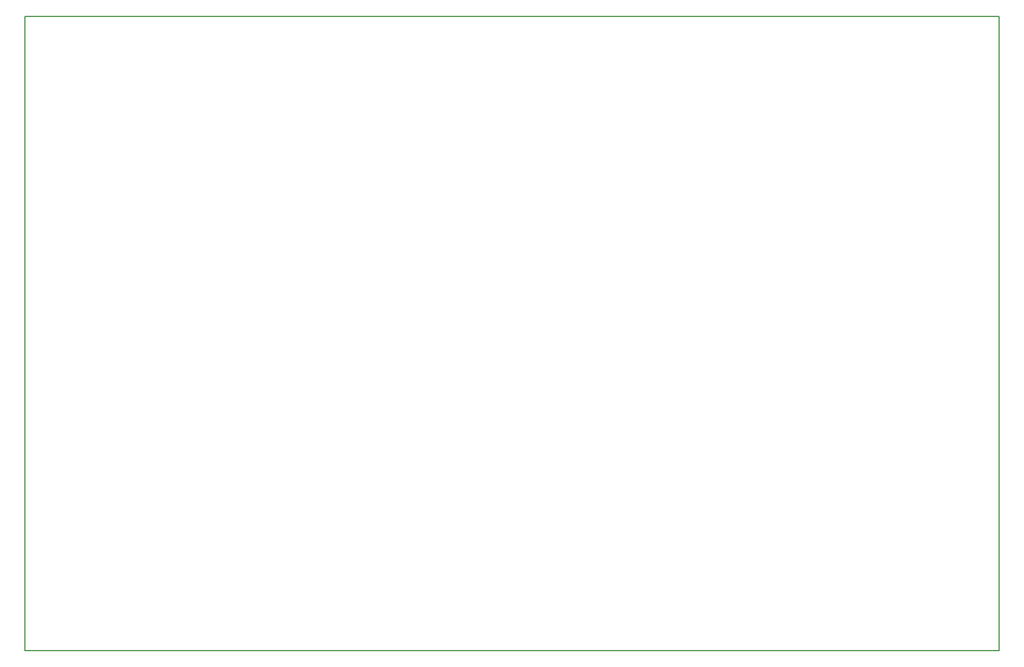
<source format=gbr>
G04 #@! TF.FileFunction,Profile,NP*
%FSLAX46Y46*%
G04 Gerber Fmt 4.6, Leading zero omitted, Abs format (unit mm)*
G04 Created by KiCad (PCBNEW 4.0.2+e4-6225~38~ubuntu15.10.1-stable) date 2016. máj. 17., kedd, 20.14.27 CEST*
%MOMM*%
G01*
G04 APERTURE LIST*
%ADD10C,0.100000*%
%ADD11C,0.150000*%
G04 APERTURE END LIST*
D10*
D11*
X180000000Y-30000000D02*
X180000000Y-30500000D01*
X34250000Y-30000000D02*
X180000000Y-30000000D01*
X34250000Y-125000000D02*
X34250000Y-30000000D01*
X180000000Y-125000000D02*
X34250000Y-125000000D01*
X180000000Y-30500000D02*
X180000000Y-125000000D01*
M02*

</source>
